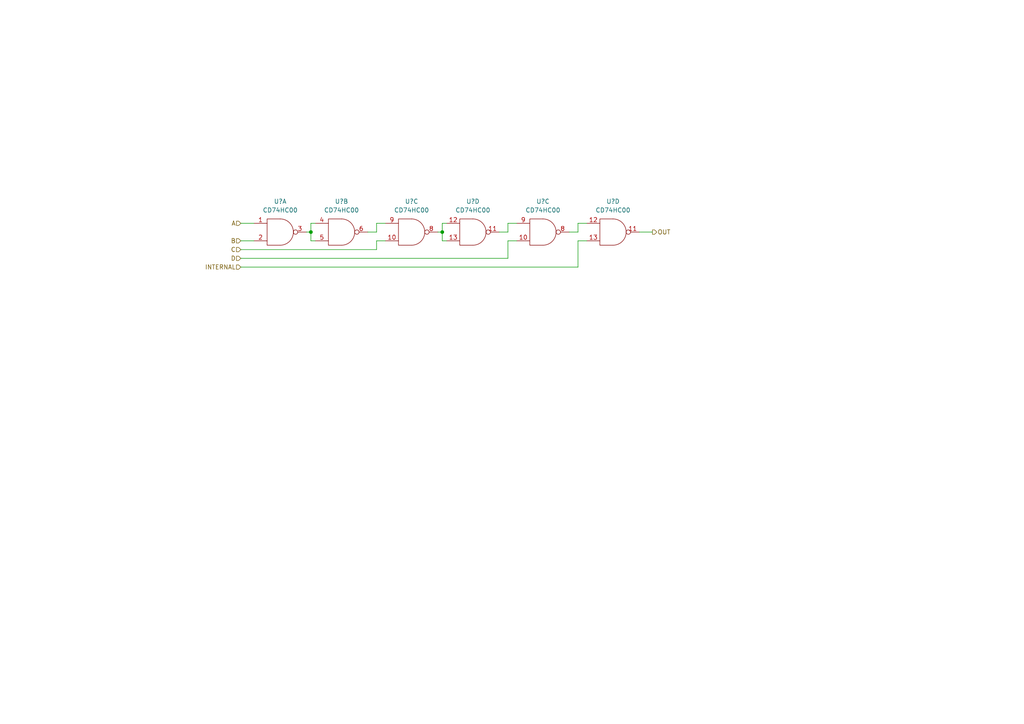
<source format=kicad_sch>
(kicad_sch (version 20211123) (generator eeschema)
  (paper "A4")
  (lib_symbols
    (symbol "CD74HCXX:CD74HC00" (pin_names (offset 0.762))
      (property "Reference" "U" (at -2.54 6.985 0))
      (property "Value" "CD74HC00" (at 1.27 5.08 0))
      (symbol "CD74HC00_0_0"
        (pin power_in line (at -2.54 2.54 0) (length 0) hide (name "VCC") (number "14"))
        (pin power_in line (at -2.54 -2.54 0) (length 0) hide (name "GND") (number "7"))
      )
      (symbol "CD74HC00_0_1"
        (arc (start 0 -3.81) (mid 3.81 0) (end 0 3.81))
        (polyline (pts (xy 0 3.81) (xy -3.81 3.81) (xy -3.81 -3.81) (xy 0 -3.81)))
      )
      (symbol "CD74HC00_0_2"
        (arc (start -4.445 -3.81) (mid -3.175 0) (end -4.445 3.81))
        (arc (start -3.175 -3.81) (mid 0.803 -2.7954) (end 3.81 0))
        (polyline (pts (xy -4.445 -3.81) (xy -3.175 -3.81)))
        (polyline (pts (xy -4.445 3.81) (xy -3.175 3.81)))
        (arc (start 3.81 0) (mid 0.8099 2.8117) (end -3.175 3.81))
      )
      (symbol "CD74HC00_1_1"
        (pin input line (at -7.62 2.54 0) (length 3.81) (name "~") (number "1"))
        (pin input line (at -7.62 -2.54 0) (length 3.81) (name "~") (number "2"))
        (pin output inverted (at 7.62 0 180) (length 3.81) (name "~") (number "3"))
      )
      (symbol "CD74HC00_1_2"
        (pin input inverted (at -7.62 2.54 0) (length 3.81) (name "~") (number "1"))
        (pin input inverted (at -7.62 -2.54 0) (length 3.81) (name "~") (number "2"))
        (pin output line (at 7.62 0 180) (length 3.81) (name "~") (number "3"))
      )
      (symbol "CD74HC00_2_1"
        (pin input line (at -7.62 2.54 0) (length 3.81) (name "~") (number "4"))
        (pin input line (at -7.62 -2.54 0) (length 3.81) (name "~") (number "5"))
        (pin output inverted (at 7.62 0 180) (length 3.81) (name "~") (number "6"))
      )
      (symbol "CD74HC00_2_2"
        (pin input inverted (at -7.62 2.54 0) (length 3.81) (name "~") (number "4"))
        (pin input inverted (at -7.62 -2.54 0) (length 3.81) (name "~") (number "5"))
        (pin output line (at 7.62 0 180) (length 3.81) (name "~") (number "6"))
      )
      (symbol "CD74HC00_3_1"
        (pin input line (at -7.62 -2.54 0) (length 3.81) (name "~") (number "10"))
        (pin output inverted (at 7.62 0 180) (length 3.81) (name "~") (number "8"))
        (pin input line (at -7.62 2.54 0) (length 3.81) (name "~") (number "9"))
      )
      (symbol "CD74HC00_3_2"
        (pin input inverted (at -7.62 -2.54 0) (length 3.81) (name "~") (number "10"))
        (pin output line (at 7.62 0 180) (length 3.81) (name "~") (number "8"))
        (pin input inverted (at -7.62 2.54 0) (length 3.81) (name "~") (number "9"))
      )
      (symbol "CD74HC00_4_1"
        (pin output inverted (at 7.62 0 180) (length 3.81) (name "~") (number "11"))
        (pin input line (at -7.62 2.54 0) (length 3.81) (name "~") (number "12"))
        (pin input line (at -7.62 -2.54 0) (length 3.81) (name "~") (number "13"))
      )
      (symbol "CD74HC00_4_2"
        (pin output line (at 7.62 0 180) (length 3.81) (name "~") (number "11"))
        (pin input inverted (at -7.62 2.54 0) (length 3.81) (name "~") (number "12"))
        (pin input inverted (at -7.62 -2.54 0) (length 3.81) (name "~") (number "13"))
      )
    )
  )
  (junction (at 128.27 67.31))
  (junction (at 90.17 67.31))
  (wire (pts (xy 149.86 69.85) (xy 147.32 69.85)))
  (wire (pts (xy 69.85 64.77) (xy 73.66 64.77)))
  (wire (pts (xy 128.27 64.77) (xy 129.54 64.77)))
  (wire (pts (xy 129.54 69.85) (xy 128.27 69.85)))
  (wire (pts (xy 111.76 69.85) (xy 109.22 69.85)))
  (wire (pts (xy 147.32 64.77) (xy 149.86 64.77)))
  (wire (pts (xy 147.32 69.85) (xy 147.32 74.93)))
  (wire (pts (xy 167.64 69.85) (xy 167.64 77.47)))
  (wire (pts (xy 69.85 69.85) (xy 73.66 69.85)))
  (wire (pts (xy 170.18 69.85) (xy 167.64 69.85)))
  (wire (pts (xy 90.17 69.85) (xy 90.17 67.31)))
  (wire (pts (xy 106.68 67.31) (xy 109.22 67.31)))
  (wire (pts (xy 109.22 64.77) (xy 111.76 64.77)))
  (wire (pts (xy 69.85 72.39) (xy 109.22 72.39)))
  (wire (pts (xy 90.17 67.31) (xy 90.17 64.77)))
  (wire (pts (xy 128.27 67.31) (xy 128.27 64.77)))
  (wire (pts (xy 167.64 64.77) (xy 170.18 64.77)))
  (wire (pts (xy 189.23 67.31) (xy 185.42 67.31)))
  (wire (pts (xy 90.17 64.77) (xy 91.44 64.77)))
  (wire (pts (xy 109.22 67.31) (xy 109.22 64.77)))
  (wire (pts (xy 144.78 67.31) (xy 147.32 67.31)))
  (wire (pts (xy 147.32 67.31) (xy 147.32 64.77)))
  (wire (pts (xy 69.85 77.47) (xy 167.64 77.47)))
  (wire (pts (xy 165.1 67.31) (xy 167.64 67.31)))
  (wire (pts (xy 69.85 74.93) (xy 147.32 74.93)))
  (wire (pts (xy 88.9 67.31) (xy 90.17 67.31)))
  (wire (pts (xy 128.27 69.85) (xy 128.27 67.31)))
  (wire (pts (xy 127 67.31) (xy 128.27 67.31)))
  (wire (pts (xy 167.64 67.31) (xy 167.64 64.77)))
  (wire (pts (xy 91.44 69.85) (xy 90.17 69.85)))
  (wire (pts (xy 109.22 69.85) (xy 109.22 72.39)))
  (hierarchical_label "D" (shape input) (at 69.85 74.93 180))
  (hierarchical_label "OUT" (shape output) (at 189.23 67.31 0))
  (hierarchical_label "A" (shape input) (at 69.85 64.77 180))
  (hierarchical_label "B" (shape input) (at 69.85 69.85 180))
  (hierarchical_label "INTERNAL" (shape input) (at 69.85 77.47 180))
  (hierarchical_label "C" (shape input) (at 69.85 72.39 180))
  (symbol (lib_id "CD74HCXX:CD74HC00") (at 81.28 67.31 0) (unit 1)
    (property "Reference" "U?" (at 81.28 58.42 0))
    (property "Value" "CD74HC00" (at 81.28 60.96 0))
  )
  (symbol (lib_id "CD74HCXX:CD74HC00") (at 99.06 67.31 0) (unit 2)
    (property "Reference" "U?" (at 99.06 58.42 0))
    (property "Value" "CD74HC00" (at 99.06 60.96 0))
  )
  (symbol (lib_id "CD74HCXX:CD74HC00") (at 177.8 67.31 0) (unit 4)
    (property "Reference" "U?" (at 177.8 58.42 0))
    (property "Value" "CD74HC00" (at 177.8 60.96 0))
  )
  (symbol (lib_id "CD74HCXX:CD74HC00") (at 157.48 67.31 0) (unit 3)
    (property "Reference" "U?" (at 157.48 58.42 0))
    (property "Value" "CD74HC00" (at 157.48 60.96 0))
  )
  (symbol (lib_id "CD74HCXX:CD74HC00") (at 119.38 67.31 0) (unit 3)
    (property "Reference" "U?" (at 119.38 58.42 0))
    (property "Value" "CD74HC00" (at 119.38 60.96 0))
  )
  (symbol (lib_id "CD74HCXX:CD74HC00") (at 137.16 67.31 0) (unit 4)
    (property "Reference" "U?" (at 137.16 58.42 0))
    (property "Value" "CD74HC00" (at 137.16 60.96 0))
  )
)
</source>
